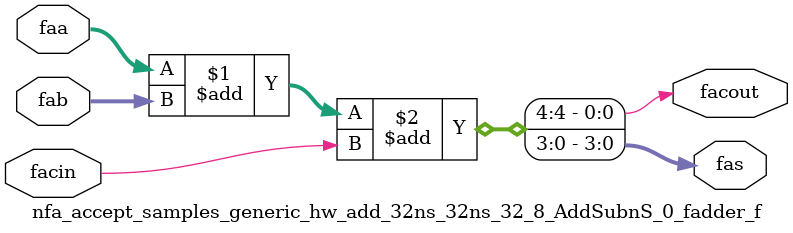
<source format=v>
module nfa_accept_samples_generic_hw_add_32ns_32ns_32_8_AddSubnS_0_fadder_f 
#(parameter
    N = 4
)(
    input  [N-1 : 0]  faa,
    input  [N-1 : 0]  fab,
    input  wire  facin,
    output [N-1 : 0]  fas,
    output wire  facout
);
assign {facout, fas} = faa + fab + facin;
endmodule
</source>
